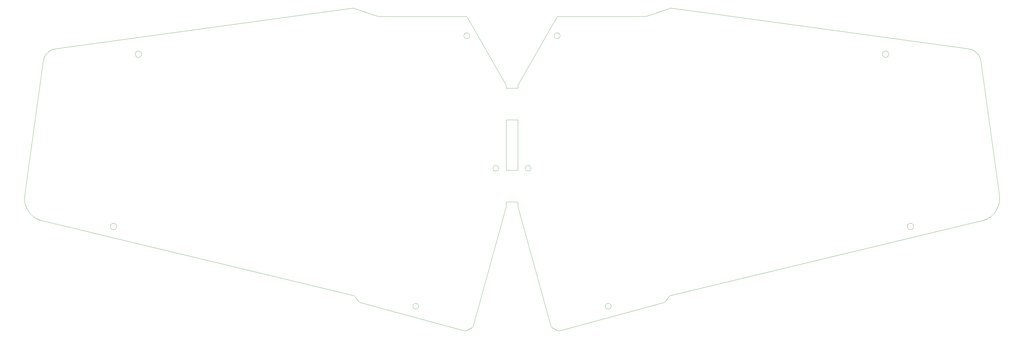
<source format=gbr>
%TF.GenerationSoftware,KiCad,Pcbnew,(6.0.1)*%
%TF.CreationDate,2022-02-27T14:41:52+09:00*%
%TF.ProjectId,ergotonic_f24_bottom,6572676f-746f-46e6-9963-5f6632345f62,rev?*%
%TF.SameCoordinates,Original*%
%TF.FileFunction,Profile,NP*%
%FSLAX46Y46*%
G04 Gerber Fmt 4.6, Leading zero omitted, Abs format (unit mm)*
G04 Created by KiCad (PCBNEW (6.0.1)) date 2022-02-27 14:41:52*
%MOMM*%
%LPD*%
G01*
G04 APERTURE LIST*
%TA.AperFunction,Profile*%
%ADD10C,0.090000*%
%TD*%
%ADD11C,0.090000*%
G04 APERTURE END LIST*
D10*
X-4586736Y-57018427D02*
G75*
G03*
X-4586736Y-57018427I-1000000J0D01*
G01*
D11*
X-15872395Y-113435109D02*
X-13956405Y-112478966D01*
X2000093Y-40164926D02*
X2000115Y-57716998D01*
X16277043Y-4182927D02*
X16176874Y-4187943D01*
X16078783Y-4202751D01*
X15983393Y-4226989D01*
X15891325Y-4260296D01*
X15803204Y-4302310D01*
X15719651Y-4352669D01*
X15641290Y-4411012D01*
X15568743Y-4476977D01*
X15502634Y-4550202D01*
X15443584Y-4630326D01*
X15408448Y-4687397D01*
X-1999986Y-57716998D02*
X-1999986Y-40164926D01*
D10*
X-137230516Y-77292745D02*
G75*
G03*
X-137230516Y-77292745I-1100000J0D01*
G01*
D11*
X-15408340Y-4687397D02*
X-15462336Y-4602874D01*
X-15523808Y-4525009D01*
X-15592133Y-4454164D01*
X-15666687Y-4390700D01*
X-15746848Y-4334978D01*
X-15831993Y-4287360D01*
X-15921499Y-4248209D01*
X-16014744Y-4217885D01*
X-16111103Y-4196749D01*
X-16209956Y-4185165D01*
X-16276935Y-4182927D01*
D10*
X6586840Y-57018427D02*
G75*
G03*
X6586840Y-57018427I-1000000J0D01*
G01*
D11*
X2000115Y-57716998D02*
X-1999986Y-57716998D01*
X-54829276Y-1412597D02*
X-54926723Y-1385049D01*
X-55026126Y-1367540D01*
X-55126714Y-1360143D01*
X-55227716Y-1362930D01*
X-55285321Y-1369124D01*
X13438801Y-111849310D02*
X13472246Y-111949798D01*
X13515726Y-112045404D01*
X13568691Y-112135457D01*
X13630590Y-112219286D01*
X13700872Y-112296221D01*
X13778987Y-112365593D01*
X13864383Y-112426731D01*
X13956512Y-112478966D01*
X2035879Y-70375183D02*
X13438801Y-111849310D01*
X-1999986Y-40164926D02*
X2000093Y-40164926D01*
D10*
X16684000Y-10941762D02*
G75*
G03*
X16684000Y-10941762I-1000000J0D01*
G01*
D11*
X-54518744Y-101591000D02*
X-53265009Y-103315894D01*
X-53265009Y-103315894D02*
X-53198005Y-103398468D01*
X-53123099Y-103473023D01*
X-53041021Y-103539052D01*
X-52952501Y-103596053D01*
X-52858270Y-103643522D01*
X-52759058Y-103680953D01*
X-52718143Y-103693003D01*
X13956512Y-112478966D02*
X15872502Y-113435109D01*
X2000115Y-70110083D02*
X2004362Y-70202212D01*
X2017060Y-70293469D01*
X2035879Y-70375183D01*
D10*
X-128582294Y-17371000D02*
G75*
G03*
X-128582294Y-17371000I-1100000J0D01*
G01*
D11*
X-16276935Y-4182927D02*
X-46474144Y-4182927D01*
X46474252Y-4182927D02*
X16277043Y-4182927D01*
X53265117Y-103315894D02*
X54518851Y-101591000D01*
X46794646Y-4130196D02*
X46706469Y-4155585D01*
X46616479Y-4172759D01*
X46525254Y-4181625D01*
X46474252Y-4182927D01*
X2000115Y-68716994D02*
X2000115Y-70110083D01*
X55285428Y-1369124D02*
X55184536Y-1360484D01*
X55083619Y-1362070D01*
X54983449Y-1373810D01*
X54884797Y-1395630D01*
X54829405Y-1412597D01*
X-163072626Y-75283303D02*
X-55094204Y-101206592D01*
X16581072Y-113505410D02*
X52718272Y-103693003D01*
X-2035772Y-70375183D02*
X-2015445Y-70285224D01*
X-2003502Y-70193864D01*
X-1999986Y-70110083D01*
X-55285321Y-1369124D02*
X-158422544Y-15488223D01*
X158422651Y-15488223D02*
X55285428Y-1369124D01*
D10*
X-32420324Y-104992094D02*
G75*
G03*
X-32420324Y-104992094I-1000000J0D01*
G01*
D11*
X-158422544Y-15488223D02*
X-158629381Y-15520925D01*
X-158833264Y-15561898D01*
X-159034015Y-15610963D01*
X-159231458Y-15667945D01*
X-159425414Y-15732666D01*
X-159615708Y-15804949D01*
X-159802161Y-15884617D01*
X-159984598Y-15971493D01*
X-160162840Y-16065401D01*
X-160336711Y-16166163D01*
X-160506033Y-16273604D01*
X-160670630Y-16387544D01*
X-160830325Y-16507809D01*
X-160984940Y-16634220D01*
X-161134299Y-16766602D01*
X-161278223Y-16904776D01*
X-161416537Y-17048567D01*
X-161549063Y-17197797D01*
X-161675624Y-17352289D01*
X-161796043Y-17511867D01*
X-161910143Y-17676353D01*
X-162017747Y-17845571D01*
X-162118678Y-18019343D01*
X-162212758Y-18197493D01*
X-162299811Y-18379844D01*
X-162379660Y-18566219D01*
X-162452127Y-18756441D01*
X-162517035Y-18950333D01*
X-162574207Y-19147719D01*
X-162623467Y-19348420D01*
X-162664637Y-19552261D01*
X-162697541Y-19759065D01*
X-13438693Y-111849310D02*
X-2035772Y-70375183D01*
X52718272Y-103693003D02*
X52819263Y-103659727D01*
X52915568Y-103616213D01*
X53006456Y-103562964D01*
X53091196Y-103500486D01*
X53169058Y-103429281D01*
X53239310Y-103349854D01*
X53265117Y-103315894D01*
X-1999986Y-28455412D02*
X-2004734Y-28358085D01*
X-2018860Y-28262056D01*
X-2042187Y-28167990D01*
X-2074535Y-28076553D01*
X-2115728Y-27988411D01*
X-2131394Y-27959878D01*
X55094312Y-101206592D02*
X163072734Y-75283303D01*
X-1999986Y-29164930D02*
X-1999986Y-28455412D01*
X15872502Y-113435109D02*
X15956272Y-113472226D01*
X16042539Y-113501361D01*
X16130739Y-113522458D01*
X16220311Y-113535460D01*
X16310693Y-113540312D01*
X16401321Y-113536958D01*
X16491635Y-113525342D01*
X16581072Y-113505410D01*
X2000093Y-29164930D02*
X-1999986Y-29164930D01*
X162697649Y-19759065D02*
X162664745Y-19552261D01*
X162623575Y-19348420D01*
X162574315Y-19147719D01*
X162517143Y-18950333D01*
X162452234Y-18756441D01*
X162379767Y-18566219D01*
X162299919Y-18379844D01*
X162212866Y-18197493D01*
X162118785Y-18019343D01*
X162017855Y-17845571D01*
X161910251Y-17676353D01*
X161796151Y-17511867D01*
X161675732Y-17352289D01*
X161549171Y-17197797D01*
X161416645Y-17048567D01*
X161278331Y-16904776D01*
X161134406Y-16766602D01*
X160985048Y-16634220D01*
X160830433Y-16507809D01*
X160670738Y-16387544D01*
X160506141Y-16273604D01*
X160336818Y-16166163D01*
X160162947Y-16065401D01*
X159984705Y-15971493D01*
X159802269Y-15884617D01*
X159615815Y-15804949D01*
X159425522Y-15732666D01*
X159231565Y-15667945D01*
X159034123Y-15610963D01*
X158833371Y-15561898D01*
X158629488Y-15520925D01*
X158422651Y-15488223D01*
X169130202Y-66411622D02*
X162697649Y-19759065D01*
D10*
X34420428Y-104992094D02*
G75*
G03*
X34420428Y-104992094I-1000000J0D01*
G01*
D11*
X-55094204Y-101206592D02*
X-54987859Y-101238453D01*
X-54886367Y-101281584D01*
X-54790568Y-101335423D01*
X-54701301Y-101399406D01*
X-54619408Y-101472974D01*
X-54545728Y-101555563D01*
X-54518744Y-101591000D01*
X-2131394Y-27959878D02*
X-15408340Y-4687397D01*
X-16580965Y-113505410D02*
X-16491528Y-113525342D01*
X-16401214Y-113536958D01*
X-16310585Y-113540312D01*
X-16220204Y-113535460D01*
X-16130632Y-113522458D01*
X-16042431Y-113501361D01*
X-15956165Y-113472226D01*
X-15872395Y-113435109D01*
X-1999986Y-70110083D02*
X-1999986Y-68716994D01*
X-13956405Y-112478966D02*
X-13864276Y-112426731D01*
X-13778879Y-112365593D01*
X-13700764Y-112296221D01*
X-13630482Y-112219286D01*
X-13568583Y-112135457D01*
X-13515618Y-112045404D01*
X-13472138Y-111949798D01*
X-13438693Y-111849310D01*
X54829405Y-1412597D02*
X46794646Y-4130196D01*
X2000093Y-28455412D02*
X2000093Y-29164930D01*
X-46474144Y-4182927D02*
X-46565806Y-4178716D01*
X-46656554Y-4166147D01*
X-46745809Y-4145310D01*
X-46794538Y-4130196D01*
X-1999986Y-68716994D02*
X2000115Y-68716994D01*
D10*
X139430620Y-77292745D02*
G75*
G03*
X139430620Y-77292745I-1100000J0D01*
G01*
D11*
X2131524Y-27959878D02*
X2087412Y-28046773D01*
X2052089Y-28137186D01*
X2025731Y-28230449D01*
X2008517Y-28325898D01*
X2000622Y-28422866D01*
X2000093Y-28455412D01*
D10*
X130782397Y-17371000D02*
G75*
G03*
X130782397Y-17371000I-1100000J0D01*
G01*
D11*
X54518851Y-101591000D02*
X54589010Y-101504959D01*
X54667719Y-101427715D01*
X54754138Y-101359830D01*
X54847425Y-101301866D01*
X54946741Y-101254385D01*
X55051245Y-101217948D01*
X55094312Y-101206592D01*
X-162697541Y-19759065D02*
X-169130094Y-66411622D01*
D10*
X-14684000Y-10941762D02*
G75*
G03*
X-14684000Y-10941762I-1000000J0D01*
G01*
D11*
X-52718143Y-103693003D02*
X-16580965Y-113505410D01*
X163072734Y-75283303D02*
X163443601Y-75184934D01*
X163806052Y-75070194D01*
X164159758Y-74939566D01*
X164504389Y-74793533D01*
X164839615Y-74632578D01*
X165165106Y-74457184D01*
X165480531Y-74267835D01*
X165785562Y-74065013D01*
X166079869Y-73849201D01*
X166363121Y-73620883D01*
X166634988Y-73380542D01*
X166895141Y-73128661D01*
X167143250Y-72865723D01*
X167378985Y-72592211D01*
X167602016Y-72308608D01*
X167812014Y-72015398D01*
X168008647Y-71713063D01*
X168191587Y-71402087D01*
X168360504Y-71082953D01*
X168515068Y-70756143D01*
X168654948Y-70422141D01*
X168779815Y-70081431D01*
X168889340Y-69734494D01*
X168983192Y-69381815D01*
X169061041Y-69023877D01*
X169122557Y-68661162D01*
X169167412Y-68294154D01*
X169195273Y-67923335D01*
X169205813Y-67549190D01*
X169198701Y-67172200D01*
X169173607Y-66792850D01*
X169130202Y-66411622D01*
X-169130094Y-66411622D02*
X-169173499Y-66792850D01*
X-169198593Y-67172200D01*
X-169205706Y-67549190D01*
X-169195166Y-67923335D01*
X-169167304Y-68294154D01*
X-169122450Y-68661162D01*
X-169060933Y-69023877D01*
X-168983084Y-69381815D01*
X-168889232Y-69734494D01*
X-168779708Y-70081431D01*
X-168654841Y-70422141D01*
X-168514960Y-70756143D01*
X-168360397Y-71082953D01*
X-168191480Y-71402087D01*
X-168008540Y-71713063D01*
X-167811906Y-72015398D01*
X-167601909Y-72308608D01*
X-167378878Y-72592211D01*
X-167143143Y-72865723D01*
X-166895034Y-73128661D01*
X-166634881Y-73380542D01*
X-166363013Y-73620883D01*
X-166079761Y-73849201D01*
X-165785455Y-74065013D01*
X-165480424Y-74267835D01*
X-165164998Y-74457184D01*
X-164839507Y-74632578D01*
X-164504282Y-74793533D01*
X-164159651Y-74939566D01*
X-163805944Y-75070194D01*
X-163443493Y-75184934D01*
X-163072626Y-75283303D01*
X15408448Y-4687397D02*
X2131524Y-27959878D01*
X-46794538Y-4130196D02*
X-54829276Y-1412597D01*
M02*

</source>
